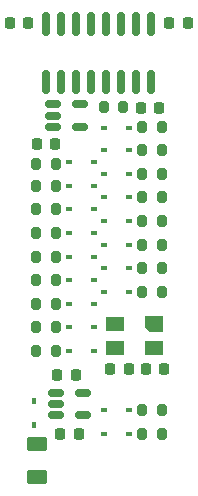
<source format=gbr>
%TF.GenerationSoftware,KiCad,Pcbnew,(6.0.8)*%
%TF.CreationDate,2022-12-17T22:06:37+01:00*%
%TF.ProjectId,Dact,44616374-2e6b-4696-9361-645f70636258,rev?*%
%TF.SameCoordinates,Original*%
%TF.FileFunction,Paste,Bot*%
%TF.FilePolarity,Positive*%
%FSLAX46Y46*%
G04 Gerber Fmt 4.6, Leading zero omitted, Abs format (unit mm)*
G04 Created by KiCad (PCBNEW (6.0.8)) date 2022-12-17 22:06:37*
%MOMM*%
%LPD*%
G01*
G04 APERTURE LIST*
G04 Aperture macros list*
%AMRoundRect*
0 Rectangle with rounded corners*
0 $1 Rounding radius*
0 $2 $3 $4 $5 $6 $7 $8 $9 X,Y pos of 4 corners*
0 Add a 4 corners polygon primitive as box body*
4,1,4,$2,$3,$4,$5,$6,$7,$8,$9,$2,$3,0*
0 Add four circle primitives for the rounded corners*
1,1,$1+$1,$2,$3*
1,1,$1+$1,$4,$5*
1,1,$1+$1,$6,$7*
1,1,$1+$1,$8,$9*
0 Add four rect primitives between the rounded corners*
20,1,$1+$1,$2,$3,$4,$5,0*
20,1,$1+$1,$4,$5,$6,$7,0*
20,1,$1+$1,$6,$7,$8,$9,0*
20,1,$1+$1,$8,$9,$2,$3,0*%
%AMOutline5P*
0 Free polygon, 5 corners , with rotation*
0 The origin of the aperture is its center*
0 number of corners: always 5*
0 $1 to $10 corner X, Y*
0 $11 Rotation angle, in degrees counterclockwise*
0 create outline with 5 corners*
4,1,5,$1,$2,$3,$4,$5,$6,$7,$8,$9,$10,$1,$2,$11*%
%AMOutline6P*
0 Free polygon, 6 corners , with rotation*
0 The origin of the aperture is its center*
0 number of corners: always 6*
0 $1 to $12 corner X, Y*
0 $13 Rotation angle, in degrees counterclockwise*
0 create outline with 6 corners*
4,1,6,$1,$2,$3,$4,$5,$6,$7,$8,$9,$10,$11,$12,$1,$2,$13*%
%AMOutline7P*
0 Free polygon, 7 corners , with rotation*
0 The origin of the aperture is its center*
0 number of corners: always 7*
0 $1 to $14 corner X, Y*
0 $15 Rotation angle, in degrees counterclockwise*
0 create outline with 7 corners*
4,1,7,$1,$2,$3,$4,$5,$6,$7,$8,$9,$10,$11,$12,$13,$14,$1,$2,$15*%
%AMOutline8P*
0 Free polygon, 8 corners , with rotation*
0 The origin of the aperture is its center*
0 number of corners: always 8*
0 $1 to $16 corner X, Y*
0 $17 Rotation angle, in degrees counterclockwise*
0 create outline with 8 corners*
4,1,8,$1,$2,$3,$4,$5,$6,$7,$8,$9,$10,$11,$12,$13,$14,$15,$16,$1,$2,$17*%
G04 Aperture macros list end*
%ADD10RoundRect,0.250000X-0.625000X0.375000X-0.625000X-0.375000X0.625000X-0.375000X0.625000X0.375000X0*%
%ADD11RoundRect,0.200000X0.200000X0.275000X-0.200000X0.275000X-0.200000X-0.275000X0.200000X-0.275000X0*%
%ADD12RoundRect,0.225000X0.225000X0.250000X-0.225000X0.250000X-0.225000X-0.250000X0.225000X-0.250000X0*%
%ADD13R,0.600000X0.450000*%
%ADD14RoundRect,0.150000X0.150000X-0.825000X0.150000X0.825000X-0.150000X0.825000X-0.150000X-0.825000X0*%
%ADD15RoundRect,0.150000X-0.512500X-0.150000X0.512500X-0.150000X0.512500X0.150000X-0.512500X0.150000X0*%
%ADD16RoundRect,0.200000X-0.200000X-0.275000X0.200000X-0.275000X0.200000X0.275000X-0.200000X0.275000X0*%
%ADD17RoundRect,0.225000X-0.225000X-0.250000X0.225000X-0.250000X0.225000X0.250000X-0.225000X0.250000X0*%
%ADD18R,0.450000X0.600000*%
%ADD19R,1.600000X1.300000*%
%ADD20Outline5P,-0.800000X0.650000X0.410000X0.650000X0.800000X0.260000X0.800000X-0.650000X-0.800000X-0.650000X180.000000*%
G04 APERTURE END LIST*
D10*
%TO.C,F2*%
X144370000Y-89660000D03*
X144370000Y-92460000D03*
%TD*%
D11*
%TO.C,R7*%
X145945000Y-77810000D03*
X144295000Y-77810000D03*
%TD*%
%TO.C,R2*%
X145945000Y-67810000D03*
X144295000Y-67810000D03*
%TD*%
D12*
%TO.C,C4*%
X147645000Y-83810000D03*
X146095000Y-83810000D03*
%TD*%
D11*
%TO.C,R8*%
X145945000Y-79810000D03*
X144295000Y-79810000D03*
%TD*%
D13*
%TO.C,D20*%
X152170000Y-64807500D03*
X150070000Y-64807500D03*
%TD*%
D14*
%TO.C,U4*%
X154065000Y-59035000D03*
X152795000Y-59035000D03*
X151525000Y-59035000D03*
X150255000Y-59035000D03*
X148985000Y-59035000D03*
X147715000Y-59035000D03*
X146445000Y-59035000D03*
X145175000Y-59035000D03*
X145175000Y-54085000D03*
X146445000Y-54085000D03*
X147715000Y-54085000D03*
X148985000Y-54085000D03*
X150255000Y-54085000D03*
X151525000Y-54085000D03*
X152795000Y-54085000D03*
X154065000Y-54085000D03*
%TD*%
D15*
%TO.C,U3*%
X145732500Y-62835000D03*
X145732500Y-61885000D03*
X145732500Y-60935000D03*
X148007500Y-60935000D03*
X148007500Y-62835000D03*
%TD*%
D13*
%TO.C,D4*%
X147070000Y-71812500D03*
X149170000Y-71812500D03*
%TD*%
%TO.C,D9*%
X147070000Y-81812500D03*
X149170000Y-81812500D03*
%TD*%
%TO.C,D6*%
X147070000Y-75812500D03*
X149170000Y-75812500D03*
%TD*%
D16*
%TO.C,R14*%
X153295000Y-76810000D03*
X154945000Y-76810000D03*
%TD*%
D13*
%TO.C,D1*%
X152170000Y-86807500D03*
X150070000Y-86807500D03*
%TD*%
D12*
%TO.C,C5*%
X147895000Y-88810000D03*
X146345000Y-88810000D03*
%TD*%
D16*
%TO.C,R16*%
X153295000Y-72810000D03*
X154945000Y-72810000D03*
%TD*%
%TO.C,R15*%
X153295000Y-74810000D03*
X154945000Y-74810000D03*
%TD*%
D17*
%TO.C,C6*%
X144345000Y-64310000D03*
X145895000Y-64310000D03*
%TD*%
D16*
%TO.C,R1*%
X153295000Y-86810000D03*
X154945000Y-86810000D03*
%TD*%
D13*
%TO.C,D2*%
X147070000Y-67812500D03*
X149170000Y-67812500D03*
%TD*%
D16*
%TO.C,R17*%
X153295000Y-70810000D03*
X154945000Y-70810000D03*
%TD*%
D11*
%TO.C,R4*%
X145945000Y-71810000D03*
X144295000Y-71810000D03*
%TD*%
D12*
%TO.C,C10*%
X154745000Y-61260000D03*
X153195000Y-61260000D03*
%TD*%
D13*
%TO.C,D18*%
X152170000Y-68807500D03*
X150070000Y-68807500D03*
%TD*%
D11*
%TO.C,R28*%
X151670000Y-61185000D03*
X150020000Y-61185000D03*
%TD*%
D12*
%TO.C,C2*%
X152145000Y-83310000D03*
X150595000Y-83310000D03*
%TD*%
D13*
%TO.C,D7*%
X147070000Y-77812500D03*
X149170000Y-77812500D03*
%TD*%
%TO.C,D22*%
X147070000Y-65812500D03*
X149170000Y-65812500D03*
%TD*%
D11*
%TO.C,R5*%
X145945000Y-73810000D03*
X144295000Y-73810000D03*
%TD*%
D18*
%TO.C,D23*%
X144117500Y-86010000D03*
X144117500Y-88110000D03*
%TD*%
D11*
%TO.C,R9*%
X145945000Y-81810000D03*
X144295000Y-81810000D03*
%TD*%
D13*
%TO.C,D14*%
X152170000Y-76807500D03*
X150070000Y-76807500D03*
%TD*%
D16*
%TO.C,R19*%
X153295000Y-66810000D03*
X154945000Y-66810000D03*
%TD*%
D11*
%TO.C,R22*%
X145945000Y-65935000D03*
X144295000Y-65935000D03*
%TD*%
D16*
%TO.C,R21*%
X153295000Y-62810000D03*
X154945000Y-62810000D03*
%TD*%
D13*
%TO.C,D16*%
X152170000Y-72807500D03*
X150070000Y-72807500D03*
%TD*%
D12*
%TO.C,C3*%
X155145000Y-83310000D03*
X153595000Y-83310000D03*
%TD*%
D16*
%TO.C,R18*%
X153295000Y-68810000D03*
X154945000Y-68810000D03*
%TD*%
D13*
%TO.C,D19*%
X152170000Y-66807500D03*
X150070000Y-66807500D03*
%TD*%
D16*
%TO.C,R10*%
X153295000Y-88812500D03*
X154945000Y-88812500D03*
%TD*%
D13*
%TO.C,D21*%
X152170000Y-62907500D03*
X150070000Y-62907500D03*
%TD*%
D11*
%TO.C,R3*%
X145945000Y-69810000D03*
X144295000Y-69810000D03*
%TD*%
D13*
%TO.C,D15*%
X152170000Y-74807500D03*
X150070000Y-74807500D03*
%TD*%
%TO.C,D8*%
X147070000Y-79812500D03*
X149170000Y-79812500D03*
%TD*%
%TO.C,D17*%
X152170000Y-70807500D03*
X150070000Y-70807500D03*
%TD*%
%TO.C,D5*%
X147070000Y-73812500D03*
X149170000Y-73812500D03*
%TD*%
D15*
%TO.C,U2*%
X145982500Y-87260000D03*
X145982500Y-86310000D03*
X145982500Y-85360000D03*
X148257500Y-85360000D03*
X148257500Y-87260000D03*
%TD*%
D11*
%TO.C,R6*%
X145945000Y-75810000D03*
X144295000Y-75810000D03*
%TD*%
D12*
%TO.C,C11*%
X157145000Y-54060000D03*
X155595000Y-54060000D03*
%TD*%
D13*
%TO.C,D3*%
X147070000Y-69812500D03*
X149170000Y-69812500D03*
%TD*%
%TO.C,D10*%
X152170000Y-88810000D03*
X150070000Y-88810000D03*
%TD*%
D19*
%TO.C,Y1*%
X154270000Y-81560000D03*
X150970000Y-81560000D03*
X150970000Y-79560000D03*
D20*
X154270000Y-79560000D03*
%TD*%
D16*
%TO.C,R20*%
X153295000Y-64810000D03*
X154945000Y-64810000D03*
%TD*%
D12*
%TO.C,C13*%
X143645000Y-54060000D03*
X142095000Y-54060000D03*
%TD*%
M02*

</source>
